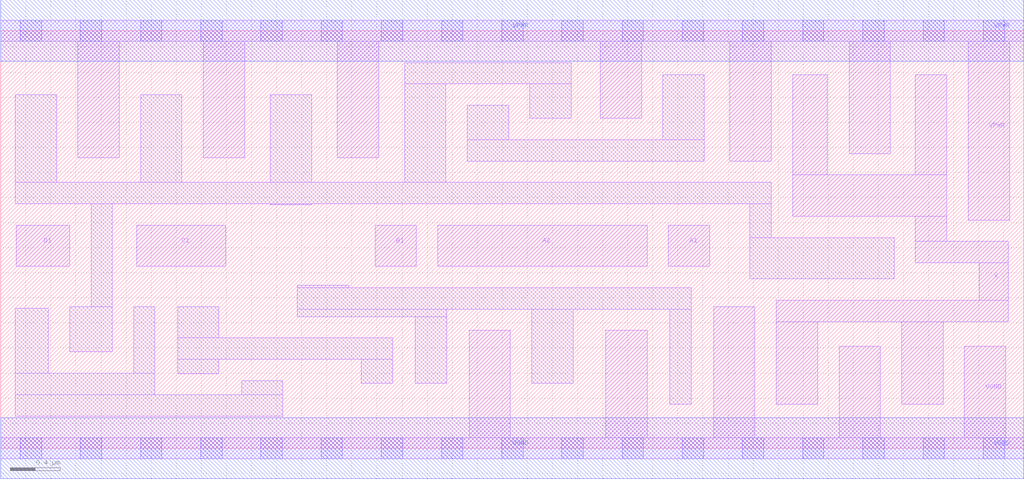
<source format=lef>
# Copyright 2020 The SkyWater PDK Authors
#
# Licensed under the Apache License, Version 2.0 (the "License");
# you may not use this file except in compliance with the License.
# You may obtain a copy of the License at
#
#     https://www.apache.org/licenses/LICENSE-2.0
#
# Unless required by applicable law or agreed to in writing, software
# distributed under the License is distributed on an "AS IS" BASIS,
# WITHOUT WARRANTIES OR CONDITIONS OF ANY KIND, either express or implied.
# See the License for the specific language governing permissions and
# limitations under the License.
#
# SPDX-License-Identifier: Apache-2.0

VERSION 5.7 ;
  NAMESCASESENSITIVE ON ;
  NOWIREEXTENSIONATPIN ON ;
  DIVIDERCHAR "/" ;
  BUSBITCHARS "[]" ;
UNITS
  DATABASE MICRONS 200 ;
END UNITS
MACRO sky130_fd_sc_hs__o2111a_4
  CLASS CORE ;
  SOURCE USER ;
  FOREIGN sky130_fd_sc_hs__o2111a_4 ;
  ORIGIN  0.000000  0.000000 ;
  SIZE  8.160000 BY  3.330000 ;
  SYMMETRY X Y ;
  SITE unit ;
  PIN A1
    ANTENNAGATEAREA  0.522000 ;
    DIRECTION INPUT ;
    USE SIGNAL ;
    PORT
      LAYER li1 ;
        RECT 5.325000 1.450000 5.655000 1.780000 ;
    END
  END A1
  PIN A2
    ANTENNAGATEAREA  0.522000 ;
    DIRECTION INPUT ;
    USE SIGNAL ;
    PORT
      LAYER li1 ;
        RECT 3.485000 1.450000 5.155000 1.780000 ;
    END
  END A2
  PIN B1
    ANTENNAGATEAREA  0.474000 ;
    DIRECTION INPUT ;
    USE SIGNAL ;
    PORT
      LAYER li1 ;
        RECT 2.985000 1.450000 3.315000 1.780000 ;
    END
  END B1
  PIN C1
    ANTENNAGATEAREA  0.474000 ;
    DIRECTION INPUT ;
    USE SIGNAL ;
    PORT
      LAYER li1 ;
        RECT 1.085000 1.450000 1.795000 1.780000 ;
    END
  END C1
  PIN D1
    ANTENNAGATEAREA  0.474000 ;
    DIRECTION INPUT ;
    USE SIGNAL ;
    PORT
      LAYER li1 ;
        RECT 0.125000 1.450000 0.550000 1.780000 ;
    END
  END D1
  PIN X
    ANTENNADIFFAREA  1.142400 ;
    DIRECTION OUTPUT ;
    USE SIGNAL ;
    PORT
      LAYER li1 ;
        RECT 6.185000 0.350000 6.515000 1.010000 ;
        RECT 6.185000 1.010000 8.035000 1.180000 ;
        RECT 6.315000 1.850000 7.545000 2.180000 ;
        RECT 6.315000 2.180000 6.590000 2.980000 ;
        RECT 7.185000 0.350000 7.515000 1.010000 ;
        RECT 7.295000 1.480000 8.035000 1.650000 ;
        RECT 7.295000 1.650000 7.545000 1.850000 ;
        RECT 7.295000 2.180000 7.545000 2.980000 ;
        RECT 7.805000 1.180000 8.035000 1.480000 ;
    END
  END X
  PIN VGND
    DIRECTION INOUT ;
    USE GROUND ;
    PORT
      LAYER li1 ;
        RECT 0.000000 -0.085000 8.160000 0.085000 ;
        RECT 3.735000  0.085000 4.065000 0.940000 ;
        RECT 4.825000  0.085000 5.155000 0.940000 ;
        RECT 5.685000  0.085000 6.015000 1.130000 ;
        RECT 6.685000  0.085000 7.015000 0.815000 ;
        RECT 7.685000  0.085000 8.015000 0.815000 ;
      LAYER mcon ;
        RECT 0.155000 -0.085000 0.325000 0.085000 ;
        RECT 0.635000 -0.085000 0.805000 0.085000 ;
        RECT 1.115000 -0.085000 1.285000 0.085000 ;
        RECT 1.595000 -0.085000 1.765000 0.085000 ;
        RECT 2.075000 -0.085000 2.245000 0.085000 ;
        RECT 2.555000 -0.085000 2.725000 0.085000 ;
        RECT 3.035000 -0.085000 3.205000 0.085000 ;
        RECT 3.515000 -0.085000 3.685000 0.085000 ;
        RECT 3.995000 -0.085000 4.165000 0.085000 ;
        RECT 4.475000 -0.085000 4.645000 0.085000 ;
        RECT 4.955000 -0.085000 5.125000 0.085000 ;
        RECT 5.435000 -0.085000 5.605000 0.085000 ;
        RECT 5.915000 -0.085000 6.085000 0.085000 ;
        RECT 6.395000 -0.085000 6.565000 0.085000 ;
        RECT 6.875000 -0.085000 7.045000 0.085000 ;
        RECT 7.355000 -0.085000 7.525000 0.085000 ;
        RECT 7.835000 -0.085000 8.005000 0.085000 ;
      LAYER met1 ;
        RECT 0.000000 -0.245000 8.160000 0.245000 ;
    END
  END VGND
  PIN VPWR
    DIRECTION INOUT ;
    USE POWER ;
    PORT
      LAYER li1 ;
        RECT 0.000000 3.245000 8.160000 3.415000 ;
        RECT 0.615000 2.315000 0.945000 3.245000 ;
        RECT 1.615000 2.315000 1.945000 3.245000 ;
        RECT 2.685000 2.315000 3.015000 3.245000 ;
        RECT 4.780000 2.630000 5.110000 3.245000 ;
        RECT 5.815000 2.290000 6.145000 3.245000 ;
        RECT 6.765000 2.350000 7.095000 3.245000 ;
        RECT 7.715000 1.820000 8.045000 3.245000 ;
      LAYER mcon ;
        RECT 0.155000 3.245000 0.325000 3.415000 ;
        RECT 0.635000 3.245000 0.805000 3.415000 ;
        RECT 1.115000 3.245000 1.285000 3.415000 ;
        RECT 1.595000 3.245000 1.765000 3.415000 ;
        RECT 2.075000 3.245000 2.245000 3.415000 ;
        RECT 2.555000 3.245000 2.725000 3.415000 ;
        RECT 3.035000 3.245000 3.205000 3.415000 ;
        RECT 3.515000 3.245000 3.685000 3.415000 ;
        RECT 3.995000 3.245000 4.165000 3.415000 ;
        RECT 4.475000 3.245000 4.645000 3.415000 ;
        RECT 4.955000 3.245000 5.125000 3.415000 ;
        RECT 5.435000 3.245000 5.605000 3.415000 ;
        RECT 5.915000 3.245000 6.085000 3.415000 ;
        RECT 6.395000 3.245000 6.565000 3.415000 ;
        RECT 6.875000 3.245000 7.045000 3.415000 ;
        RECT 7.355000 3.245000 7.525000 3.415000 ;
        RECT 7.835000 3.245000 8.005000 3.415000 ;
      LAYER met1 ;
        RECT 0.000000 3.085000 8.160000 3.575000 ;
    END
  END VPWR
  OBS
    LAYER li1 ;
      RECT 0.115000 0.255000 2.250000 0.425000 ;
      RECT 0.115000 0.425000 1.230000 0.600000 ;
      RECT 0.115000 0.600000 0.380000 1.115000 ;
      RECT 0.115000 1.950000 6.145000 2.120000 ;
      RECT 0.115000 2.120000 0.445000 2.820000 ;
      RECT 0.550000 0.770000 0.890000 1.130000 ;
      RECT 0.720000 1.130000 0.890000 1.950000 ;
      RECT 1.060000 0.600000 1.230000 1.130000 ;
      RECT 1.115000 2.120000 1.445000 2.820000 ;
      RECT 1.410000 0.595000 1.740000 0.710000 ;
      RECT 1.410000 0.710000 3.125000 0.880000 ;
      RECT 1.410000 0.880000 1.740000 1.130000 ;
      RECT 1.920000 0.425000 2.250000 0.540000 ;
      RECT 2.150000 1.940000 2.480000 1.950000 ;
      RECT 2.150000 2.120000 2.480000 2.820000 ;
      RECT 2.365000 1.050000 3.555000 1.110000 ;
      RECT 2.365000 1.110000 5.505000 1.280000 ;
      RECT 2.365000 1.280000 2.775000 1.300000 ;
      RECT 2.875000 0.520000 3.125000 0.710000 ;
      RECT 3.220000 2.120000 3.550000 2.905000 ;
      RECT 3.220000 2.905000 4.550000 3.075000 ;
      RECT 3.305000 0.520000 3.555000 1.050000 ;
      RECT 3.720000 2.290000 5.610000 2.460000 ;
      RECT 3.720000 2.460000 4.050000 2.735000 ;
      RECT 4.220000 2.630000 4.550000 2.905000 ;
      RECT 4.235000 0.520000 4.565000 1.110000 ;
      RECT 5.280000 2.460000 5.610000 2.980000 ;
      RECT 5.335000 0.350000 5.505000 1.110000 ;
      RECT 5.975000 1.350000 7.125000 1.680000 ;
      RECT 5.975000 1.680000 6.145000 1.950000 ;
  END
END sky130_fd_sc_hs__o2111a_4

</source>
